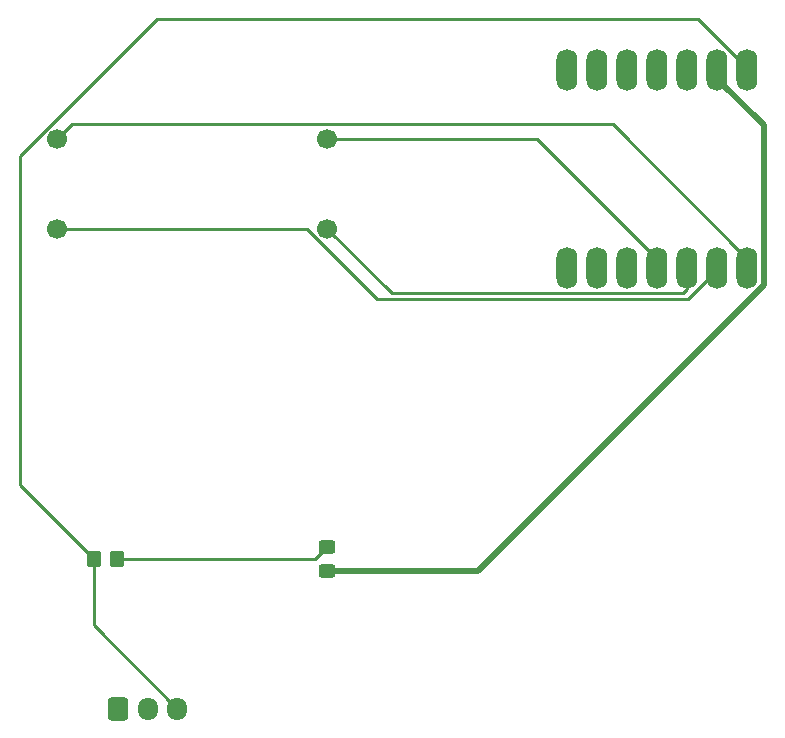
<source format=gbr>
%TF.GenerationSoftware,KiCad,Pcbnew,7.0.10*%
%TF.CreationDate,2024-01-23T18:00:44-08:00*%
%TF.ProjectId,pcb-test-3,7063622d-7465-4737-942d-332e6b696361,rev?*%
%TF.SameCoordinates,Original*%
%TF.FileFunction,Copper,L1,Top*%
%TF.FilePolarity,Positive*%
%FSLAX46Y46*%
G04 Gerber Fmt 4.6, Leading zero omitted, Abs format (unit mm)*
G04 Created by KiCad (PCBNEW 7.0.10) date 2024-01-23 18:00:44*
%MOMM*%
%LPD*%
G01*
G04 APERTURE LIST*
G04 Aperture macros list*
%AMRoundRect*
0 Rectangle with rounded corners*
0 $1 Rounding radius*
0 $2 $3 $4 $5 $6 $7 $8 $9 X,Y pos of 4 corners*
0 Add a 4 corners polygon primitive as box body*
4,1,4,$2,$3,$4,$5,$6,$7,$8,$9,$2,$3,0*
0 Add four circle primitives for the rounded corners*
1,1,$1+$1,$2,$3*
1,1,$1+$1,$4,$5*
1,1,$1+$1,$6,$7*
1,1,$1+$1,$8,$9*
0 Add four rect primitives between the rounded corners*
20,1,$1+$1,$2,$3,$4,$5,0*
20,1,$1+$1,$4,$5,$6,$7,0*
20,1,$1+$1,$6,$7,$8,$9,0*
20,1,$1+$1,$8,$9,$2,$3,0*%
G04 Aperture macros list end*
%TA.AperFunction,ComponentPad*%
%ADD10O,1.778000X3.556000*%
%TD*%
%TA.AperFunction,ComponentPad*%
%ADD11O,1.700000X1.950000*%
%TD*%
%TA.AperFunction,ComponentPad*%
%ADD12RoundRect,0.250000X-0.600000X-0.725000X0.600000X-0.725000X0.600000X0.725000X-0.600000X0.725000X0*%
%TD*%
%TA.AperFunction,SMDPad,CuDef*%
%ADD13RoundRect,0.250000X-0.350000X-0.450000X0.350000X-0.450000X0.350000X0.450000X-0.350000X0.450000X0*%
%TD*%
%TA.AperFunction,ComponentPad*%
%ADD14C,1.700000*%
%TD*%
%TA.AperFunction,SMDPad,CuDef*%
%ADD15RoundRect,0.250000X0.450000X-0.325000X0.450000X0.325000X-0.450000X0.325000X-0.450000X-0.325000X0*%
%TD*%
%TA.AperFunction,Conductor*%
%ADD16C,0.500000*%
%TD*%
%TA.AperFunction,Conductor*%
%ADD17C,0.254000*%
%TD*%
G04 APERTURE END LIST*
D10*
%TO.P,U1,1,GPIO1_A0_D0*%
%TO.N,Net-(U1-GPIO1_A0_D0)*%
X142240000Y-92202000D03*
%TO.P,U1,2,GPIO2_A1_D1*%
%TO.N,Net-(M1--)*%
X139700000Y-92202000D03*
%TO.P,U1,3,GPIO3_A2_D2*%
%TO.N,Net-(U1-GPIO3_A2_D2)*%
X137160000Y-92202000D03*
%TO.P,U1,4,GPIO4_A3_D3*%
%TO.N,Net-(U1-GPIO4_A3_D3)*%
X134620000Y-92202000D03*
%TO.P,U1,5,GPIO4_A3_D3_SDA*%
%TO.N,unconnected-(U1-GPIO4_A3_D3_SDA-Pad5)*%
X132080000Y-92202000D03*
%TO.P,U1,6,GPIO6_A5_D5_SCL*%
%TO.N,unconnected-(U1-GPIO6_A5_D5_SCL-Pad6)*%
X129540000Y-92202000D03*
%TO.P,U1,7,GPIO43_TX_D6*%
%TO.N,unconnected-(U1-GPIO43_TX_D6-Pad7)*%
X127000000Y-92202000D03*
%TO.P,U1,8,5V*%
%TO.N,Net-(SW1-C)*%
X142240000Y-75438000D03*
%TO.P,U1,9,GND*%
%TO.N,GND*%
X139700000Y-75438000D03*
%TO.P,U1,10,3V3*%
%TO.N,unconnected-(U1-3V3-Pad10)*%
X137160000Y-75438000D03*
%TO.P,U1,11,GPIO9_A10_D10_COPI*%
%TO.N,unconnected-(U1-GPIO9_A10_D10_COPI-Pad11)*%
X134620000Y-75438000D03*
%TO.P,U1,12,GPIO8_A9_D9_CIPO*%
%TO.N,unconnected-(U1-GPIO8_A9_D9_CIPO-Pad12)*%
X132080000Y-75438000D03*
%TO.P,U1,13,GPIO7_A8_D8_SCK*%
%TO.N,unconnected-(U1-GPIO7_A8_D8_SCK-Pad13)*%
X129540000Y-75438000D03*
%TO.P,U1,14,GPIO44_D7_RX*%
%TO.N,unconnected-(U1-GPIO44_D7_RX-Pad14)*%
X127000000Y-75438000D03*
%TD*%
D11*
%TO.P,SW1,3,C*%
%TO.N,Net-(SW1-C)*%
X93980000Y-129540000D03*
%TO.P,SW1,2,B*%
%TO.N,VCC*%
X91480000Y-129540000D03*
D12*
%TO.P,SW1,1,A*%
%TO.N,unconnected-(SW1-A-Pad1)*%
X88980000Y-129540000D03*
%TD*%
D13*
%TO.P,R1,1*%
%TO.N,Net-(SW1-C)*%
X86900000Y-116840000D03*
%TO.P,R1,2*%
%TO.N,Net-(D1-A)*%
X88900000Y-116840000D03*
%TD*%
D14*
%TO.P,M1,4*%
%TO.N,Net-(U1-GPIO4_A3_D3)*%
X106680000Y-81280000D03*
%TO.P,M1,3*%
%TO.N,Net-(U1-GPIO3_A2_D2)*%
X106680000Y-88900000D03*
%TO.P,M1,2,-*%
%TO.N,Net-(M1--)*%
X83820000Y-88900000D03*
%TO.P,M1,1*%
%TO.N,Net-(U1-GPIO1_A0_D0)*%
X83820000Y-81280000D03*
%TD*%
D15*
%TO.P,D1,2,A*%
%TO.N,Net-(D1-A)*%
X106680000Y-115815000D03*
%TO.P,D1,1,K*%
%TO.N,GND*%
X106680000Y-117865000D03*
%TD*%
D16*
%TO.N,GND*%
X106680000Y-117865000D02*
X119435999Y-117865000D01*
X143633000Y-93667999D02*
X143633000Y-80133000D01*
X119435999Y-117865000D02*
X143633000Y-93667999D01*
X143633000Y-80133000D02*
X139700000Y-76200000D01*
D17*
%TO.N,Net-(SW1-C)*%
X86900000Y-116840000D02*
X86900000Y-122460000D01*
X86900000Y-122460000D02*
X93980000Y-129540000D01*
%TO.N,Net-(D1-A)*%
X88900000Y-116840000D02*
X105655000Y-116840000D01*
X105655000Y-116840000D02*
X106680000Y-115815000D01*
%TO.N,Net-(SW1-C)*%
X86900000Y-116840000D02*
X80670776Y-110610776D01*
X80670776Y-110610776D02*
X80670776Y-82688327D01*
X80670776Y-82688327D02*
X92239103Y-71120000D01*
X92239103Y-71120000D02*
X138067051Y-71120000D01*
X138067051Y-71120000D02*
X142240000Y-75292949D01*
X142240000Y-75292949D02*
X142240000Y-76200000D01*
%TO.N,Net-(M1--)*%
X83820000Y-88900000D02*
X104939103Y-88900000D01*
X104939103Y-88900000D02*
X110908102Y-94868999D01*
X110908102Y-94868999D02*
X137178052Y-94868999D01*
X137178052Y-94868999D02*
X139700000Y-92347051D01*
X139700000Y-92347051D02*
X139700000Y-91440000D01*
%TO.N,Net-(U1-GPIO1_A0_D0)*%
X83820000Y-81280000D02*
X85051000Y-80049000D01*
X85051000Y-80049000D02*
X130849000Y-80049000D01*
X130849000Y-80049000D02*
X142240000Y-91440000D01*
%TO.N,Net-(U1-GPIO3_A2_D2)*%
X106680000Y-88900000D02*
X112141000Y-94361000D01*
X112141000Y-94361000D02*
X136779000Y-94361000D01*
X136779000Y-94361000D02*
X137160000Y-93980000D01*
X137160000Y-93980000D02*
X137160000Y-91440000D01*
%TO.N,Net-(U1-GPIO4_A3_D3)*%
X106680000Y-81280000D02*
X124460000Y-81280000D01*
X124460000Y-81280000D02*
X134620000Y-91440000D01*
%TD*%
M02*

</source>
